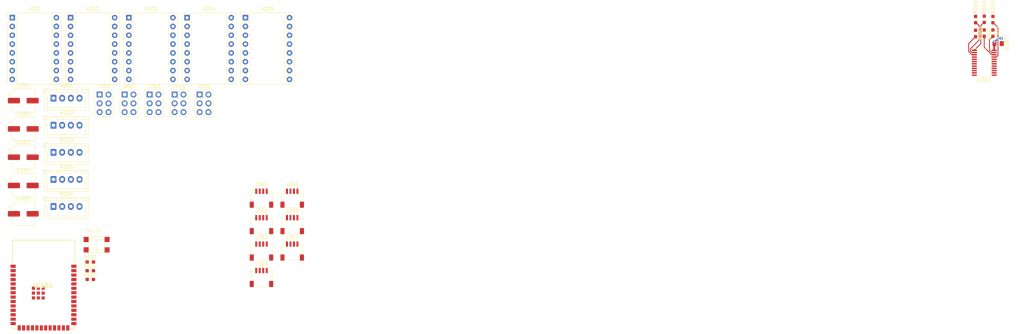
<source format=kicad_pcb>
(kicad_pcb (version 20221018) (generator pcbnew)
  (layers (0 "F.Cu" signal) (31 "B.Cu" signal) (34 "B.Paste" user) (35 "F.Paste" user) (36 "B.SilkS" user "B.Silkscreen") (37 "F.SilkS" user "F.Silkscreen") (38 "B.Mask" user) (39 "F.Mask" user) (44 "Edge.Cuts" user))
  (net 0 "")
  (net 1 "GND")
  (net 3 "Net-(A201-A2)")
  (net 4 "Net-(A201-A1)")
  (net 5 "Net-(A201-B1)")
  (net 6 "Net-(A201-B2)")
  (net 7 "+24V")
  (net 9 "Net-(A201-M0)")
  (net 10 "Net-(A201-M1)")
  (net 11 "Net-(A201-M2)")
  (net 12 "Net-(A201-~{RST})")
  (net 13 "/Motors/DRV0 STEP")
  (net 14 "/Motors/DRV0 DIR")
  (net 16 "Net-(A202-A2)")
  (net 17 "Net-(A202-A1)")
  (net 18 "Net-(A202-B1)")
  (net 19 "Net-(A202-B2)")
  (net 21 "Net-(A202-M0)")
  (net 22 "Net-(A202-M1)")
  (net 23 "Net-(A202-M2)")
  (net 24 "Net-(A202-~{RST})")
  (net 25 "/Motors/DRV4 STEP")
  (net 26 "/Motors/DRV4 DIR")
  (net 28 "Net-(A203-A2)")
  (net 29 "Net-(A203-A1)")
  (net 30 "Net-(A203-B1)")
  (net 31 "Net-(A203-B2)")
  (net 33 "Net-(A203-M0)")
  (net 34 "Net-(A203-M1)")
  (net 35 "Net-(A203-M2)")
  (net 36 "Net-(A203-~{RST})")
  (net 37 "/Motors/DRV5 STEP")
  (net 38 "/Motors/DRV5 DIR")
  (net 40 "Net-(A204-A2)")
  (net 41 "Net-(A204-A1)")
  (net 42 "Net-(A204-B1)")
  (net 43 "Net-(A204-B2)")
  (net 45 "Net-(A204-M0)")
  (net 46 "Net-(A204-M1)")
  (net 47 "Net-(A204-M2)")
  (net 48 "Net-(A204-~{RST})")
  (net 49 "/Motors/DRV2 STEP")
  (net 50 "/Motors/DRV2 DIR")
  (net 52 "Net-(A205-A2)")
  (net 53 "Net-(A205-A1)")
  (net 54 "Net-(A205-B1)")
  (net 55 "Net-(A205-B2)")
  (net 57 "Net-(A205-M0)")
  (net 58 "Net-(A205-M1)")
  (net 59 "Net-(A205-M2)")
  (net 60 "Net-(A205-~{RST})")
  (net 61 "/Motors/DRV3 STEP")
  (net 62 "/Motors/DRV3 DIR")
  (net 63 "+3V3")
  (net 73 "/I2C Sensors/SDA")
  (net 75 "Net-(IC101-IO46)")
  (net 76 "/I2C Sensors/SCL")
  (net 77 "Net-(IC101-IO45)")
  (net 78 "Net-(IC101-IO0)")
  (net 91 "Net-(J301-Pin_3)")
  (net 92 "Net-(J301-Pin_4)")
  (net 93 "Net-(J303-Pin_3)")
  (net 94 "Net-(J303-Pin_4)")
  (net 95 "Net-(J304-Pin_3)")
  (net 96 "Net-(J304-Pin_4)")
  (net 97 "Net-(J305-Pin_3)")
  (net 98 "Net-(J305-Pin_4)")
  (net 99 "Net-(J306-Pin_3)")
  (net 100 "Net-(J306-Pin_4)")
  (net 101 "Net-(J307-Pin_3)")
  (net 102 "Net-(J307-Pin_4)")
  (net 103 "Net-(U301-~{RESET})")
  (net 104 "Net-(U301-A2)")
  (net 105 "Net-(U301-A1)")
  (net 106 "Net-(U301-A0)")
  (footprint "Resistor_SMD:R_0603_1608Metric_Pad0.98x0.95mm_HandSolder" (layer "F.Cu") (at 240.5 58.675 -90)
    (fp_text reference "R303" (at 0 -1.43 90) (layer "F.SilkS"))
    (fp_text value "10k" hide)
    (pad "1" smd roundrect (at -0.9125 0 270) (size 0.975 0.95) (layers "F.Cu" "F.Paste" "F.Mask") (net 63 "+3V3"))
    (pad "2" smd roundrect (at 0.9125 0 270) (size 0.975 0.95) (layers "F.Cu" "F.Paste" "F.Mask") (net 103 "Net-(U301-~{RESET})"))
  )
  (footprint "Module:Pololu_Breakout-16_15.2x20.3mm" (layer "F.Cu") (at 13.3875 54.115)
    (fp_text reference "A204" (at 6.35 -2.54) (layer "F.SilkS"))
    (fp_text value "Pololu_Breakout_DRV8825")
    (pad "1" thru_hole rect (at 0 0) (size 1.6 1.6) (drill 0.8) (layers "*.Cu" "*.Mask") (net 1 "GND"))
    (pad "2" thru_hole oval (at 0 2.54) (size 1.6 1.6) (drill 0.8) (layers "*.Cu" "*.Mask"))
    (pad "3" thru_hole oval (at 0 5.08) (size 1.6 1.6) (drill 0.8) (layers "*.Cu" "*.Mask") (net 40 "Net-(A204-A2)"))
    (pad "4" thru_hole oval (at 0 7.62) (size 1.6 1.6) (drill 0.8) (layers "*.Cu" "*.Mask") (net 41 "Net-(A204-A1)"))
    (pad "5" thru_hole oval (at 0 10.16) (size 1.6 1.6) (drill 0.8) (layers "*.Cu" "*.Mask") (net 42 "Net-(A204-B1)"))
    (pad "6" thru_hole oval (at 0 12.7) (size 1.6 1.6) (drill 0.8) (layers "*.Cu" "*.Mask") (net 43 "Net-(A204-B2)"))
    (pad "7" thru_hole oval (at 0 15.24) (size 1.6 1.6) (drill 0.8) (layers "*.Cu" "*.Mask") (net 1 "GND"))
    (pad "8" thru_hole oval (at 0 17.78) (size 1.6 1.6) (drill 0.8) (layers "*.Cu" "*.Mask") (net 7 "+24V"))
    (pad "9" thru_hole oval (at 12.7 17.78) (size 1.6 1.6) (drill 0.8) (layers "*.Cu" "*.Mask"))
    (pad "10" thru_hole oval (at 12.7 15.24) (size 1.6 1.6) (drill 0.8) (layers "*.Cu" "*.Mask") (net 45 "Net-(A204-M0)"))
    (pad "11" thru_hole oval (at 12.7 12.7) (size 1.6 1.6) (drill 0.8) (layers "*.Cu" "*.Mask") (net 46 "Net-(A204-M1)"))
    (pad "12" thru_hole oval (at 12.7 10.16) (size 1.6 1.6) (drill 0.8) (layers "*.Cu" "*.Mask") (net 47 "Net-(A204-M2)"))
    (pad "13" thru_hole oval (at 12.7 7.62) (size 1.6 1.6) (drill 0.8) (layers "*.Cu" "*.Mask") (net 48 "Net-(A204-~{RST})"))
    (pad "14" thru_hole oval (at 12.7 5.08) (size 1.6 1.6) (drill 0.8) (layers "*.Cu" "*.Mask") (net 48 "Net-(A204-~{RST})"))
    (pad "15" thru_hole oval (at 12.7 2.54) (size 1.6 1.6) (drill 0.8) (layers "*.Cu" "*.Mask") (net 49 "/Motors/DRV2 STEP"))
    (pad "16" thru_hole oval (at 12.7 0) (size 1.6 1.6) (drill 0.8) (layers "*.Cu" "*.Mask") (net 50 "/Motors/DRV2 DIR"))
  )
  (footprint "Connector_JST:JST_XH_B4B-XH-A_1x04_P2.50mm_Vertical" (layer "F.Cu") (at -25.1125 108.515)
    (fp_text reference "M205" (at 3.75 -3.55) (layer "F.SilkS"))
    (fp_text value "MOTOR1")
    (pad "1" thru_hole roundrect (at 0 0) (size 1.7 1.95) (drill 0.95) (layers "*.Cu" "*.Mask") (roundrect_rratio 0.147059) (net 52 "Net-(A205-A2)"))
    (pad "2" thru_hole oval (at 2.5 0) (size 1.7 1.95) (drill 0.95) (layers "*.Cu" "*.Mask") (net 53 "Net-(A205-A1)"))
    (pad "3" thru_hole oval (at 5 0) (size 1.7 1.95) (drill 0.95) (layers "*.Cu" "*.Mask") (net 54 "Net-(A205-B1)"))
    (pad "4" thru_hole oval (at 7.5 0) (size 1.7 1.95) (drill 0.95) (layers "*.Cu" "*.Mask") (net 55 "Net-(A205-B2)"))
  )
  (footprint "ESP32-S3-WROOM-1-N4:ESP32S3WROOM1N4" (layer "F.Cu") (at -27.9875 130.99)
    (fp_text reference "IC101" (at 0 0.25) (layer "F.SilkS") (effects (font (size 1.27 1.27) (thickness 0.254))))
    (fp_text value "ESP32-S3-WROOM-1-N4" hide)
    (pad "1" smd rect (at -8.75 -5.26 90) (size 0.9 1.5) (layers "F.Cu" "F.Paste" "F.Mask") (net 1 "GND"))
    (pad "2" smd rect (at -8.75 -3.99 90) (size 0.9 1.5) (layers "F.Cu" "F.Paste" "F.Mask") (net 63 "+3V3"))
    (pad "3" smd rect (at -8.75 -2.72 90) (size 0.9 1.5) (layers "F.Cu" "F.Paste" "F.Mask"))
    (pad "4" smd rect (at -8.75 -1.45 90) (size 0.9 1.5) (layers "F.Cu" "F.Paste" "F.Mask"))
    (pad "5" smd rect (at -8.75 -0.18 90) (size 0.9 1.5) (layers "F.Cu" "F.Paste" "F.Mask"))
    (pad "6" smd rect (at -8.75 1.09 90) (size 0.9 1.5) (layers "F.Cu" "F.Paste" "F.Mask"))
    (pad "7" smd rect (at -8.75 2.36 90) (size 0.9 1.5) (layers "F.Cu" "F.Paste" "F.Mask"))
    (pad "8" smd rect (at -8.75 3.63 90) (size 0.9 1.5) (layers "F.Cu" "F.Paste" "F.Mask"))
    (pad "9" smd rect (at -8.75 4.9 90) (size 0.9 1.5) (layers "F.Cu" "F.Paste" "F.Mask"))
    (pad "10" smd rect (at -8.75 6.17 90) (size 0.9 1.5) (layers "F.Cu" "F.Paste" "F.Mask"))
    (pad "11" smd rect (at -8.75 7.44 90) (size 0.9 1.5) (layers "F.Cu" "F.Paste" "F.Mask"))
    (pad "12" smd rect (at -8.75 8.71 90) (size 0.9 1.5) (layers "F.Cu" "F.Paste" "F.Mask") (net 73 "/I2C Sensors/SDA"))
    (pad "13" smd rect (at -8.75 9.98 90) (size 0.9 1.5) (layers "F.Cu" "F.Paste" "F.Mask") (net 13 "/Motors/DRV0 STEP"))
    (pad "14" smd rect (at -8.75 11.25 90) (size 0.9 1.5) (layers "F.Cu" "F.Paste" "F.Mask") (net 14 "/Motors/DRV0 DIR"))
    (pad "15" smd rect (at -6.985 12.5) (size 0.9 1.5) (layers "F.Cu" "F.Paste" "F.Mask"))
    (pad "16" smd rect (at -5.715 12.5) (size 0.9 1.5) (layers "F.Cu" "F.Paste" "F.Mask") (net 75 "Net-(IC101-IO46)"))
    (pad "17" smd rect (at -4.445 12.5) (size 0.9 1.5) (layers "F.Cu" "F.Paste" "F.Mask") (net 76 "/I2C Sensors/SCL"))
    (pad "18" smd rect (at -3.175 12.5) (size 0.9 1.5) (layers "F.Cu" "F.Paste" "F.Mask") (net 49 "/Motors/DRV2 STEP"))
    (pad "19" smd rect (at -1.905 12.5) (size 0.9 1.5) (layers "F.Cu" "F.Paste" "F.Mask") (net 50 "/Motors/DRV2 DIR"))
    (pad "20" smd rect (at -0.635 12.5) (size 0.9 1.5) (layers "F.Cu" "F.Paste" "F.Mask") (net 61 "/Motors/DRV3 STEP"))
    (pad "21" smd rect (at 0.635 12.5) (size 0.9 1.5) (layers "F.Cu" "F.Paste" "F.Mask") (net 62 "/Motors/DRV3 DIR"))
    (pad "22" smd rect (at 1.905 12.5) (size 0.9 1.5) (layers "F.Cu" "F.Paste" "F.Mask") (net 25 "/Motors/DRV4 STEP"))
    (pad "23" smd rect (at 3.175 12.5) (size 0.9 1.5) (layers "F.Cu" "F.Paste" "F.Mask") (net 26 "/Motors/DRV4 DIR"))
    (pad "24" smd rect (at 4.445 12.5) (size 0.9 1.5) (layers "F.Cu" "F.Paste" "F.Mask") (net 37 "/Motors/DRV5 STEP"))
    (pad "25" smd rect (at 5.715 12.5) (size 0.9 1.5) (layers "F.Cu" "F.Paste" "F.Mask") (net 38 "/Motors/DRV5 DIR"))
    (pad "26" smd rect (at 6.985 12.5) (size 0.9 1.5) (layers "F.Cu" "F.Paste" "F.Mask") (net 77 "Net-(IC101-IO45)"))
    (pad "27" smd rect (at 8.75 11.25 90) (size 0.9 1.5) (layers "F.Cu" "F.Paste" "F.Mask") (net 78 "Net-(IC101-IO0)"))
    (pad "28" smd rect (at 8.75 9.98 90) (size 0.9 1.5) (layers "F.Cu" "F.Paste" "F.Mask"))
    (pad "29" smd rect (at 8.75 8.71 90) (size 0.9 1.5) (layers "F.Cu" "F.Paste" "F.Mask"))
    (pad "30" smd rect (at 8.75 7.44 90) (size 0.9 1.5) (layers "F.Cu" "F.Paste" "F.Mask"))
    (pad "31" smd rect (at 8.75 6.17 90) (size 0.9 1.5) (layers "F.Cu" "F.Paste" "F.Mask"))
    (pad "32" smd rect (at 8.75 4.9 90) (size 0.9 1.5) (layers "F.Cu" "F.Paste" "F.Mask"))
    (pad "33" smd rect (at 8.75 3.63 90) (size 0.9 1.5) (layers "F.Cu" "F.Paste" "F.Mask"))
    (pad "34" smd rect (at 8.75 2.36 90) (size 0.9 1.5) (layers "F.Cu" "F.Paste" "F.Mask"))
    (pad "35" smd rect (at 8.75 1.09 90) (size 0.9 1.5) (layers "F.Cu" "F.Paste" "F.Mask"))
    (pad "36" smd rect (at 8.75 -0.18 90) (size 0.9 1.5) (layers "F.Cu" "F.Paste" "F.Mask"))
    (pad "37" smd rect (at 8.75 -1.45 90) (size 0.9 1.5) (layers "F.Cu" "F.Paste" "F.Mask"))
    (pad "38" smd rect (at 8.75 -2.72 90) (size 0.9 1.5) (layers "F.Cu" "F.Paste" "F.Mask"))
    (pad "39" smd rect (at 8.75 -3.99 90) (size 0.9 1.5) (layers "F.Cu" "F.Paste" "F.Mask"))
    (pad "40" smd rect (at 8.75 -5.26 90) (size 0.9 1.5) (layers "F.Cu" "F.Paste" "F.Mask") (net 1 "GND"))
    (pad "41" smd rect (at -1.5 2.46) (size 0.9 0.9) (layers "F.Cu" "F.Paste" "F.Mask") (net 1 "GND"))
    (pad "42" smd rect (at -2.9 1.06) (size 0.9 0.9) (layers "F.Cu" "F.Paste" "F.Mask") (net 1 "GND"))
    (pad "43" smd rect (at -2.9 2.46) (size 0.9 0.9) (layers "F.Cu" "F.Paste" "F.Mask") (net 1 "GND"))
    (pad "44" smd rect (at -2.9 3.86) (size 0.9 0.9) (layers "F.Cu" "F.Paste" "F.Mask") (net 1 "GND"))
    (pad "45" smd rect (at -1.5 3.86) (size 0.9 0.9) (layers "F.Cu" "F.Paste" "F.Mask") (net 1 "GND"))
    (pad "46" smd rect (at -0.1 3.86) (size 0.9 0.9) (layers "F.Cu" "F.Paste" "F.Mask") (net 1 "GND"))
    (pad "47" smd rect (at -0.1 2.46) (size 0.9 0.9) (layers "F.Cu" "F.Paste" "F.Mask") (net 1 "GND"))
    (pad "48" smd rect (at -0.1 1.06) (size 0.9 0.9) (layers "F.Cu" "F.Paste" "F.Mask") (net 1 "GND"))
    (pad "49" smd rect (at -1.5 1.06) (size 0.9 0.9) (layers "F.Cu" "F.Paste" "F.Mask") (net 1 "GND"))
  )
  (footprint "Capacitor_SMD:CP_Elec_6.3x7.7" (layer "F.Cu") (at -33.8125 102.465)
    (fp_text reference "C204" (at 0 -4.35) (layer "F.SilkS"))
    (fp_text value "100u")
    (pad "1" smd roundrect (at -2.7 0) (size 3.5 1.6) (layers "F.Cu" "F.Paste" "F.Mask") (roundrect_rratio 0.15625) (net 7 "+24V"))
    (pad "2" smd roundrect (at 2.7 0) (size 3.5 1.6) (layers "F.Cu" "F.Paste" "F.Mask") (roundrect_rratio 0.15625) (net 1 "GND"))
  )
  (footprint "Module:Pololu_Breakout-16_15.2x20.3mm" (layer "F.Cu") (at -20.1925 54.115)
    (fp_text reference "A202" (at 6.35 -2.54) (layer "F.SilkS"))
    (fp_text value "Pololu_Breakout_DRV8825")
    (pad "1" thru_hole rect (at 0 0) (size 1.6 1.6) (drill 0.8) (layers "*.Cu" "*.Mask") (net 1 "GND"))
    (pad "2" thru_hole oval (at 0 2.54) (size 1.6 1.6) (drill 0.8) (layers "*.Cu" "*.Mask"))
    (pad "3" thru_hole oval (at 0 5.08) (size 1.6 1.6) (drill 0.8) (layers "*.Cu" "*.Mask") (net 16 "Net-(A202-A2)"))
    (pad "4" thru_hole oval (at 0 7.62) (size 1.6 1.6) (drill 0.8) (layers "*.Cu" "*.Mask") (net 17 "Net-(A202-A1)"))
    (pad "5" thru_hole oval (at 0 10.16) (size 1.6 1.6) (drill 0.8) (layers "*.Cu" "*.Mask") (net 18 "Net-(A202-B1)"))
    (pad "6" thru_hole oval (at 0 12.7) (size 1.6 1.6) (drill 0.8) (layers "*.Cu" "*.Mask") (net 19 "Net-(A202-B2)"))
    (pad "7" thru_hole oval (at 0 15.24) (size 1.6 1.6) (drill 0.8) (layers "*.Cu" "*.Mask") (net 1 "GND"))
    (pad "8" thru_hole oval (at 0 17.78) (size 1.6 1.6) (drill 0.8) (layers "*.Cu" "*.Mask") (net 7 "+24V"))
    (pad "9" thru_hole oval (at 12.7 17.78) (size 1.6 1.6) (drill 0.8) (layers "*.Cu" "*.Mask"))
    (pad "10" thru_hole oval (at 12.7 15.24) (size 1.6 1.6) (drill 0.8) (layers "*.Cu" "*.Mask") (net 21 "Net-(A202-M0)"))
    (pad "11" thru_hole oval (at 12.7 12.7) (size 1.6 1.6) (drill 0.8) (layers "*.Cu" "*.Mask") (net 22 "Net-(A202-M1)"))
    (pad "12" thru_hole oval (at 12.7 10.16) (size 1.6 1.6) (drill 0.8) (layers "*.Cu" "*.Mask") (net 23 "Net-(A202-M2)"))
    (pad "13" thru_hole oval (at 12.7 7.62) (size 1.6 1.6) (drill 0.8) (layers "*.Cu" "*.Mask") (net 24 "Net-(A202-~{RST})"))
    (pad "14" thru_hole oval (at 12.7 5.08) (size 1.6 1.6) (drill 0.8) (layers "*.Cu" "*.Mask") (net 24 "Net-(A202-~{RST})"))
    (pad "15" thru_hole oval (at 12.7 2.54) (size 1.6 1.6) (drill 0.8) (layers "*.Cu" "*.Mask") (net 25 "/Motors/DRV4 STEP"))
    (pad "16" thru_hole oval (at 12.7 0) (size 1.6 1.6) (drill 0.8) (layers "*.Cu" "*.Mask") (net 26 "/Motors/DRV4 DIR"))
  )
  (footprint "Connector_JST:JST_SH_SM04B-SRSS-TB_1x04-1MP_P1.00mm_Horizontal" (layer "F.Cu") (at 43.65 113.735)
    (fp_text reference "J306" (at 0 -3.98) (layer "F.SilkS"))
    (fp_text value "Conn_01x04_MountingPin")
    (pad "1" smd roundrect (at -1.5 -2) (size 0.6 1.55) (layers "F.Cu" "F.Paste" "F.Mask") (net 1 "GND"))
    (pad "2" smd roundrect (at -0.5 -2) (size 0.6 1.55) (layers "F.Cu" "F.Paste" "F.Mask") (net 63 "+3V3"))
    (pad "3" smd roundrect (at 0.5 -2) (size 0.6 1.55) (layers "F.Cu" "F.Paste" "F.Mask") (net 99 "Net-(J306-Pin_3)"))
    (pad "4" smd roundrect (at 1.5 -2) (size 0.6 1.55) (layers "F.Cu" "F.Paste" "F.Mask") (net 100 "Net-(J306-Pin_4)"))
    (pad "MP" smd roundrect (at -2.8 1.875) (size 1.2 1.8) (layers "F.Cu" "F.Paste" "F.Mask") (roundrect_rratio 0.208333) (net 1 "GND"))
    (pad "MP" smd roundrect (at 2.8 1.875) (size 1.2 1.8) (layers "F.Cu" "F.Paste" "F.Mask") (roundrect_rratio 0.208333) (net 1 "GND"))
  )
  (footprint "Connector_JST:JST_SH_SM04B-SRSS-TB_1x04-1MP_P1.00mm_Horizontal" (layer "F.Cu") (at 43.65 106.125)
    (fp_text reference "J305" (at 0 -3.98) (layer "F.SilkS"))
    (fp_text value "Conn_01x04_MountingPin")
    (pad "1" smd roundrect (at -1.5 -2) (size 0.6 1.55) (layers "F.Cu" "F.Paste" "F.Mask") (net 1 "GND"))
    (pad "2" smd roundrect (at -0.5 -2) (size 0.6 1.55) (layers "F.Cu" "F.Paste" "F.Mask") (net 63 "+3V3"))
    (pad "3" smd roundrect (at 0.5 -2) (size 0.6 1.55) (layers "F.Cu" "F.Paste" "F.Mask") (net 97 "Net-(J305-Pin_3)"))
    (pad "4" smd roundrect (at 1.5 -2) (size 0.6 1.55) (layers "F.Cu" "F.Paste" "F.Mask") (net 98 "Net-(J305-Pin_4)"))
    (pad "MP" smd roundrect (at -2.8 1.875) (size 1.2 1.8) (layers "F.Cu" "F.Paste" "F.Mask") (roundrect_rratio 0.208333) (net 1 "GND"))
    (pad "MP" smd roundrect (at 2.8 1.875) (size 1.2 1.8) (layers "F.Cu" "F.Paste" "F.Mask") (roundrect_rratio 0.208333) (net 1 "GND"))
  )
  (footprint "Resistor_SMD:R_0603_1608Metric_Pad0.98x0.95mm_HandSolder" (layer "F.Cu") (at -14.5 127.01)
    (fp_text reference "R102" (at 0 -1.43) (layer "F.SilkS"))
    (fp_text value "10k")
    (pad "1" smd roundrect (at -0.9125 0) (size 0.975 0.95) (layers "F.Cu" "F.Paste" "F.Mask") (net 78 "Net-(IC101-IO0)"))
    (pad "2" smd roundrect (at 0.9125 0) (size 0.975 0.95) (layers "F.Cu" "F.Paste" "F.Mask") (net 63 "+3V3"))
  )
  (footprint "Connector_PinHeader_2.54mm:PinHeader_2x03_P2.54mm_Vertical" (layer "F.Cu") (at -11.8125 76.265)
    (fp_text reference "J201" (at 1.27 -2.33) (layer "F.SilkS"))
    (fp_text value "Conn_02x03_Counter_Clockwise")
    (pad "1" thru_hole rect (at 0 0) (size 1.7 1.7) (drill 1) (layers "*.Cu" "*.Mask") (net 63 "+3V3"))
    (pad "2" thru_hole oval (at 2.54 0) (size 1.7 1.7) (drill 1) (layers "*.Cu" "*.Mask") (net 11 "Net-(A201-M2)"))
    (pad "3" thru_hole oval (at 0 2.54) (size 1.7 1.7) (drill 1) (layers "*.Cu" "*.Mask") (net 63 "+3V3"))
    (pad "4" thru_hole oval (at 2.54 2.54) (size 1.7 1.7) (drill 1) (layers "*.Cu" "*.Mask") (net 10 "Net-(A201-M1)"))
    (pad "5" thru_hole oval (at 0 5.08) (size 1.7 1.7) (drill 1) (layers "*.Cu" "*.Mask") (net 63 "+3V3"))
    (pad "6" thru_hole oval (at 2.54 5.08) (size 1.7 1.7) (drill 1) (layers "*.Cu" "*.Mask") (net 9 "Net-(A201-M0)"))
  )
  (footprint "Connector_JST:JST_SH_SM04B-SRSS-TB_1x04-1MP_P1.00mm_Horizontal" (layer "F.Cu") (at 34.8 121.345)
    (fp_text reference "J303" (at 0 -3.98) (layer "F.SilkS"))
    (fp_text value "Conn_01x04_MountingPin")
    (pad "1" smd roundrect (at -1.5 -2) (size 0.6 1.55) (layers "F.Cu" "F.Paste" "F.Mask") (net 1 "GND"))
    (pad "2" smd roundrect (at -0.5 -2) (size 0.6 1.55) (layers "F.Cu" "F.Paste" "F.Mask") (net 63 "+3V3"))
    (pad "3" smd roundrect (at 0.5 -2) (size 0.6 1.55) (layers "F.Cu" "F.Paste" "F.Mask") (net 93 "Net-(J303-Pin_3)"))
    (pad "4" smd roundrect (at 1.5 -2) (size 0.6 1.55) (layers "F.Cu" "F.Paste" "F.Mask") (net 94 "Net-(J303-Pin_4)"))
    (pad "MP" smd roundrect (at -2.8 1.875) (size 1.2 1.8) (layers "F.Cu" "F.Paste" "F.Mask") (roundrect_rratio 0.208333) (net 1 "GND"))
    (pad "MP" smd roundrect (at 2.8 1.875) (size 1.2 1.8) (layers "F.Cu" "F.Paste" "F.Mask") (roundrect_rratio 0.208333) (net 1 "GND"))
  )
  (footprint "Connector_JST:JST_SH_SM04B-SRSS-TB_1x04-1MP_P1.00mm_Horizontal" (layer "F.Cu") (at 34.8 106.125)
    (fp_text reference "J301" (at 0 -3.98) (layer "F.SilkS"))
    (fp_text value "Conn_01x04_MountingPin")
    (pad "1" smd roundrect (at -1.5 -2) (size 0.6 1.55) (layers "F.Cu" "F.Paste" "F.Mask") (net 1 "GND"))
    (pad "2" smd roundrect (at -0.5 -2) (size 0.6 1.55) (layers "F.Cu" "F.Paste" "F.Mask") (net 63 "+3V3"))
    (pad "3" smd roundrect (at 0.5 -2) (size 0.6 1.55) (layers "F.Cu" "F.Paste" "F.Mask") (net 91 "Net-(J301-Pin_3)"))
    (pad "4" smd roundrect (at 1.5 -2) (size 0.6 1.55) (layers "F.Cu" "F.Paste" "F.Mask") (net 92 "Net-(J301-Pin_4)"))
    (pad "MP" smd roundrect (at -2.8 1.875) (size 1.2 1.8) (layers "F.Cu" "F.Paste" "F.Mask") (roundrect_rratio 0.208333) (net 1 "GND"))
    (pad "MP" smd roundrect (at 2.8 1.875) (size 1.2 1.8) (layers "F.Cu" "F.Paste" "F.Mask") (roundrect_rratio 0.208333) (net 1 "GND"))
  )
  (footprint "Connector_JST:JST_XH_B4B-XH-A_1x04_P2.50mm_Vertical" (layer "F.Cu") (at -25.1125 92.915)
    (fp_text reference "M203" (at 3.75 -3.55) (layer "F.SilkS"))
    (fp_text value "MOTOR1")
    (pad "1" thru_hole roundrect (at 0 0) (size 1.7 1.95) (drill 0.95) (layers "*.Cu" "*.Mask") (roundrect_rratio 0.147059) (net 28 "Net-(A203-A2)"))
    (pad "2" thru_hole oval (at 2.5 0) (size 1.7 1.95) (drill 0.95) (layers "*.Cu" "*.Mask") (net 29 "Net-(A203-A1)"))
    (pad "3" thru_hole oval (at 5 0) (size 1.7 1.95) (drill 0.95) (layers "*.Cu" "*.Mask") (net 30 "Net-(A203-B1)"))
    (pad "4" thru_hole oval (at 7.5 0) (size 1.7 1.95) (drill 0.95) (layers "*.Cu" "*.Mask") (net 31 "Net-(A203-B2)"))
  )
  (footprint "Capacitor_SMD:C_0805_2012Metric_Pad1.18x1.45mm_HandSolder" (layer "F.Cu") (at 247 61.5875)
    (fp_text reference "C301" (at 2.5 0 90) (layer "F.SilkS"))
    (fp_text value "10uF")
    (pad "1" smd roundrect (at -1.0375 0) (size 1.175 1.45) (layers "F.Cu" "F.Paste" "F.Mask") (roundrect_rratio 0.212766) (net 63 "+3V3"))
    (pad "2" smd roundrect (at 1.0375 0) (size 1.175 1.45) (layers "F.Cu" "F.Paste" "F.Mask") (roundrect_rratio 0.212766) (net 1 "GND"))
  )
  (footprint "Resistor_SMD:R_0603_1608Metric_Pad0.98x0.95mm_HandSolder" (layer "F.Cu") (at 243 58.5875 -90)
    (fp_text reference "R301" (at 0 -1.43 90) (layer "F.SilkS"))
    (fp_text value "10k" hide)
    (pad "1" smd roundrect (at -0.9125 0 270) (size 0.975 0.95) (layers "F.Cu" "F.Paste" "F.Mask") (net 63 "+3V3"))
    (pad "2" smd roundrect (at 0.9125 0 270) (size 0.975 0.95) (layers "F.Cu" "F.Paste" "F.Mask") (net 76 "/I2C Sensors/SCL"))
  )
  (footprint "Module:Pololu_Breakout-16_15.2x20.3mm" (layer "F.Cu") (at -3.4025 54.115)
    (fp_text reference "A203" (at 6.35 -2.54) (layer "F.SilkS"))
    (fp_text value "Pololu_Breakout_DRV8825")
    (pad "1" thru_hole rect (at 0 0) (size 1.6 1.6) (drill 0.8) (layers "*.Cu" "*.Mask") (net 1 "GND"))
    (pad "2" thru_hole oval (at 0 2.54) (size 1.6 1.6) (drill 0.8) (layers "*.Cu" "*.Mask"))
    (pad "3" thru_hole oval (at 0 5.08) (size 1.6 1.6) (drill 0.8) (layers "*.Cu" "*.Mask") (net 28 "Net-(A203-A2)"))
    (pad "4" thru_hole oval (at 0 7.62) (size 1.6 1.6) (drill 0.8) (layers "*.Cu" "*.Mask") (net 29 "Net-(A203-A1)"))
    (pad "5" thru_hole oval (at 0 10.16) (size 1.6 1.6) (drill 0.8) (layers "*.Cu" "*.Mask") (net 30 "Net-(A203-B1)"))
    (pad "6" thru_hole oval (at 0 12.7) (size 1.6 1.6) (drill 0.8) (layers "*.Cu" "*.Mask") (net 31 "Net-(A203-B2)"))
    (pad "7" thru_hole oval (at 0 15.24) (size 1.6 1.6) (drill 0.8) (layers "*.Cu" "*.Mask") (net 1 "GND"))
    (pad "8" thru_hole oval (at 0 17.78) (size 1.6 1.6) (drill 0.8) (layers "*.Cu" "*.Mask") (net 7 "+24V"))
    (pad "9" thru_hole oval (at 12.7 17.78) (size 1.6 1.6) (drill 0.8) (layers "*.Cu" "*.Mask"))
    (pad "10" thru_hole oval (at 12.7 15.24) (size 1.6 1.6) (drill 0.8) (layers "*.Cu" "*.Mask") (net 33 "Net-(A203-M0)"))
    (pad "11" thru_hole oval (at 12.7 12.7) (size 1.6 1.6) (drill 0.8) (layers "*.Cu" "*.Mask") (net 34 "Net-(A203-M1)"))
    (pad "12" thru_hole oval (at 12.7 10.16) (size 1.6 1.6) (drill 0.8) (layers "*.Cu" "*.Mask") (net 35 "Net-(A203-M2)"))
    (pad "13" thru_hole oval (at 12.7 7.62) (size 1.6 1.6) (drill 0.8) (layers "*.Cu" "*.Mask") (net 36 "Net-(A203-~{RST})"))
    (pad "14" thru_hole oval (at 12.7 5.08) (size 1.6 1.6) (drill 0.8) (layers "*.Cu" "*.Mask") (net 36 "Net-(A203-~{RST})"))
    (pad "15" thru_hole oval (at 12.7 2.54) (size 1.6 1.6) (drill 0.8) (layers "*.Cu" "*.Mask") (net 37 "/Motors/DRV5 STEP"))
    (pad "16" thru_hole oval (at 12.7 0) (size 1.6 1.6) (drill 0.8) (layers "*.Cu" "*.Mask") (net 38 "/Motors/DRV5 DIR"))
  )
  (footprint "Connector_JST:JST_XH_B4B-XH-A_1x04_P2.50mm_Vertical" (layer "F.Cu") (at -25.1125 100.715)
    (fp_text reference "M204" (at 3.75 -3.55) (layer "F.SilkS"))
    (fp_text value "MOTOR1")
    (pad "1" thru_hole roundrect (at 0 0) (size 1.7 1.95) (drill 0.95) (layers "*.Cu" "*.Mask") (roundrect_rratio 0.147059) (net 40 "Net-(A204-A2)"))
    (pad "2" thru_hole oval (at 2.5 0) (size 1.7 1.95) (drill 0.95) (layers "*.Cu" "*.Mask") (net 41 "Net-(A204-A1)"))
    (pad "3" thru_hole oval (at 5 0) (size 1.7 1.95) (drill 0.95) (layers "*.Cu" "*.Mask") (net 42 "Net-(A204-B1)"))
    (pad "4" thru_hole oval (at 7.5 0) (size 1.7 1.95) (drill 0.95) (layers "*.Cu" "*.Mask") (net 43 "Net-(A204-B2)"))
  )
  (footprint "Resistor_SMD:R_0603_1608Metric_Pad0.98x0.95mm_HandSolder" (layer "F.Cu") (at -14.5 124.5)
    (fp_text reference "R101" (at 0 -1.43) (layer "F.SilkS"))
    (fp_text value "10k")
    (pad "1" smd roundrect (at -0.9125 0) (size 0.975 0.95) (layers "F.Cu" "F.Paste" "F.Mask") (net 1 "GND"))
    (pad "2" smd roundrect (at 0.9125 0) (size 0.975 0.95) (layers "F.Cu" "F.Paste" "F.Mask") (net 75 "Net-(IC101-IO46)"))
  )
  (footprint "Capacitor_SMD:CP_Elec_6.3x7.7" (layer "F.Cu") (at -33.8125 78.015)
    (fp_text reference "C201" (at 0 -4.35) (layer "F.SilkS"))
    (fp_text value "100u")
    (pad "1" smd roundrect (at -2.7 0) (size 3.5 1.6) (layers "F.Cu" "F.Paste" "F.Mask") (roundrect_rratio 0.15625) (net 7 "+24V"))
    (pad "2" smd roundrect (at 2.7 0) (size 3.5 1.6) (layers "F.Cu" "F.Paste" "F.Mask") (roundrect_rratio 0.15625) (net 1 "GND"))
  )
  (footprint "Capacitor_SMD:CP_Elec_6.3x7.7" (layer "F.Cu") (at -33.8125 86.165)
    (fp_text reference "C202" (at 0 -4.35) (layer "F.SilkS"))
    (fp_text value "100u")
    (pad "1" smd roundrect (at -2.7 0) (size 3.5 1.6) (layers "F.Cu" "F.Paste" "F.Mask") (roundrect_rratio 0.15625) (net 7 "+24V"))
    (pad "2" smd roundrect (at 2.7 0) (size 3.5 1.6) (layers "F.Cu" "F.Paste" "F.Mask") (roundrect_rratio 0.15625) (net 1 "GND"))
  )
  (footprint "Connector_PinHeader_2.54mm:PinHeader_2x03_P2.54mm_Vertical" (layer "F.Cu") (at 9.7875 76.265)
    (fp_text reference "J204" (at 1.27 -2.33) (layer "F.SilkS"))
    (fp_text value "Conn_02x03_Counter_Clockwise")
    (pad "1" thru_hole rect (at 0 0) (size 1.7 1.7) (drill 1) (layers "*.Cu" "*.Mask") (net 63 "+3V3"))
    (pad "2" thru_hole oval (at 2.54 0) (size 1.7 1.7) (drill 1) (layers "*.Cu" "*.Mask") (net 47 "Net-(A204-M2)"))
    (pad "3" thru_hole oval (at 0 2.54) (size 1.7 1.7) (drill 1) (layers "*.Cu" "*.Mask") (net 63 "+3V3"))
    (pad "4" thru_hole oval (at 2.54 2.54) (size 1.7 1.7) (drill 1) (layers "*.Cu" "*.Mask") (net 46 "Net-(A204-M1)"))
    (pad "5" thru_hole oval (at 0 5.08) (size 1.7 1.7) (drill 1) (layers "*.Cu" "*.Mask") (net 63 "+3V3"))
    (pad "6" thru_hole oval (at 2.54 5.08) (size 1.7 1.7) (drill 1) (layers "*.Cu" "*.Mask") (net 45 "Net-(A204-M0)"))
  )
  (footprint "Connector_PinHeader_2.54mm:PinHeader_2x03_P2.54mm_Vertical" (layer "F.Cu") (at 16.9875 76.265)
    (fp_text reference "J205" (at 1.27 -2.33) (layer "F.SilkS"))
    (fp_text value "Conn_02x03_Counter_Clockwise")
    (pad "1" thru_hole rect (at 0 0) (size 1.7 1.7) (drill 1) (layers "*.Cu" "*.Mask") (net 63 "+3V3"))
    (pad "2" thru_hole oval (at 2.54 0) (size 1.7 1.7) (drill 1) (layers "*.Cu" "*.Mask") (net 59 "Net-(A205-M2)"))
    (pad "3" thru_hole oval (at 0 2.54) (size 1.7 1.7) (drill 1) (layers "*.Cu" "*.Mask") (net 63 "+3V3"))
    (pad "4" thru_hole oval (at 2.54 2.54) (size 1.7 1.7) (drill 1) (layers "*.Cu" "*.Mask") (net 58 "Net-(A205-M1)"))
    (pad "5" thru_hole oval (at 0 5.08) (size 1.7 1.7) (drill 1) (layers "*.Cu" "*.Mask") (net 63 "+3V3"))
    (pad "6" thru_hole oval (at 2.54 5.08) (size 1.7 1.7) (drill 1) (layers "*.Cu" "*.Mask") (net 57 "Net-(A205-M0)"))
  )
  (footprint "Package_SO:TSSOP-24_4.4x7.8mm_P0.65mm" (layer "F.Cu") (at 243 67.0875)
    (fp_text reference "U301" (at 0 5) (layer "F.SilkS"))
    (fp_text value "TCA9548APWR")
    (pad "1" smd roundrect (at -2.8625 -3.575) (size 1.475 0.4) (layers "F.Cu" "F.Paste" "F.Mask") (net 106 "Net-(U301-A0)"))
    (pad "2" smd roundrect (at -2.8625 -2.925) (size 1.475 0.4) (layers "F.Cu" "F.Paste" "F.Mask") (net 105 "Net-(U301-A1)"))
    (pad "3" smd roundrect (at -2.8625 -2.275) (size 1.475 0.4) (layers "F.Cu" "F.Paste" "F.Mask") (net 103 "Net-(U301-~{RESET})"))
    (pad "4" smd roundrect (at -2.8625 -1.625) (size 1.475 0.4) (layers "F.Cu" "F.Paste" "F.Mask") (net 93 "Net-(J303-Pin_3)"))
    (pad "5" smd roundrect (at -2.8625 -0.975) (size 1.475 0.4) (layers "F.Cu" "F.Paste" "F.Mask") (net 94 "Net-(J303-Pin_4)"))
    (pad "6" smd roundrect (at -2.8625 -0.325) (size 1.475 0.4) (layers "F.Cu" "F.Paste" "F.Mask") (net 95 "Net-(J304-Pin_3)"))
    (pad "7" smd roundrect (at -2.8625 0.325) (size 1.475 0.4) (layers "F.Cu" "F.Paste" "F.Mask") (net 96 "Net-(J304-Pin_4)"))
    (pad "8" smd roundrect (at -2.8625 0.975) (size 1.475 0.4) (layers "F.Cu" "F.Paste" "F.Mask") (net 97 "Net-(J305-Pin_3)"))
    (pad "9" smd roundrect (at -2.8625 1.625) (size 1.475 0.4) (layers "F.Cu" "F.Paste" "F.Mask") (net 98 "Net-(J305-Pin_4)"))
    (pad "10" smd roundrect (at -2.8625 2.275) (size 1.475 0.4) (layers "F.Cu" "F.Paste" "F.Mask") (net 99 "Net-(J306-Pin_3)"))
    (pad "11" smd roundrect (at -2.8625 2.925) (size 1.475 0.4) (layers "F.Cu" "F.Paste" "F.Mask") (net 100 "Net-(J306-Pin_4)"))
    (pad "12" smd roundrect (at -2.8625 3.575) (size 1.475 0.4) (layers "F.Cu" "F.Paste" "F.Mask") (net 1 "GND"))
    (pad "13" smd roundrect (at 2.8625 3.575) (size 1.475 0.4) (layers "F.Cu" "F.Paste" "F.Mask") (net 101 "Net-(J307-Pin_3)"))
    (pad "14" smd roundrect (at 2.8625 2.925) (size 1.475 0.4) (layers "F.Cu" "F.Paste" "F.Mask") (net 102 "Net-(J307-Pin_4)"))
    (pad "15" smd roundrect (at 2.8625 2.275) (size 1.475 0.4) (layers "F.Cu" "F.Paste" "F.Mask") (net 91 "Net-(J301-Pin_3)"))
    (pad "16" smd roundrect (at 2.8625 1.625) (size 1.475 0.4) (layers "F.Cu" "F.Paste" "F.Mask") (net 92 "Net-(J301-Pin_4)"))
    (pad "17" smd roundrect (at 2.8625 0.975) (size 1.475 0.4) (layers "F.Cu" "F.Paste" "F.Mask"))
    (pad "18" smd roundrect (at 2.8625 0.325) (size 1.475 0.4) (layers "F.Cu" "F.Paste" "F.Mask"))
    (pad "19" smd roundrect (at 2.8625 -0.325) (size 1.475 0.4) (layers "F.Cu" "F.Paste" "F.Mask"))
    (pad "20" smd roundrect (at 2.8625 -0.975) (size 1.475 0.4) (layers "F.Cu" "F.Paste" "F.Mask"))
    (pad "21" smd roundrect (at 2.8625 -1.625) (size 1.475 0.4) (layers "F.Cu" "F.Paste" "F.Mask") (net 104 "Net-(U301-A2)"))
    (pad "22" smd roundrect (at 2.8625 -2.275) (size 1.475 0.4) (layers "F.Cu" "F.Paste" "F.Mask") (net 76 "/I2C Sensors/SCL"))
    (pad "23" smd roundrect (at 2.8625 -2.925) (size 1.475 0.4) (layers "F.Cu" "F.Paste" "F.Mask") (net 73 "/I2C Sensors/SDA"))
    (pad "24" smd roundrect (at 2.8625 -3.575) (size 1.475 0.4) (layers "F.Cu" "F.Paste" "F.Mask") (net 63 "+3V3"))
  )
  (footprint "Resistor_SMD:R_0603_1608Metric_Pad0.98x0.95mm_HandSolder" (layer "F.Cu") (at 245.5 58.5875 -90)
    (fp_text reference "R302" (at 0 -1.43 90) (layer "F.SilkS"))
    (fp_text value "10k" hide)
    (pad "1" smd roundrect (at -0.9125 0 270) (size 0.975 0.95) (layers "F.Cu" "F.Paste" "F.Mask") (net 63 "+3V3"))
    (pad "2" smd roundrect (at 0.9125 0 270) (size 0.975 0.95) (layers "F.Cu" "F.Paste" "F.Mask") (net 73 "/I2C Sensors/SDA"))
  )
  (footprint "Resistor_SMD:R_0603_1608Metric_Pad0.98x0.95mm_HandSolder" (layer "F.Cu") (at -14.5 129.52)
    (fp_text reference "R103" (at 0 -1.43) (layer "F.SilkS"))
    (fp_text value "10k")
    (pad "1" smd roundrect (at -0.9125 0) (size 0.975 0.95) (layers "F.Cu" "F.Paste" "F.Mask") (net 1 "GND"))
    (pad "2" smd roundrect (at 0.9125 0) (size 0.975 0.95) (layers "F.Cu" "F.Paste" "F.Mask") (net 77 "Net-(IC101-IO45)"))
  )
  (footprint "myLibrary:Tactile Sw... SHOU HAN TS4535TP 250gf 009" (layer "F.Cu") (at -12.6875 119.515)
    (fp_text reference "SW101" (at -1 -4 unlocked) (layer "F.SilkS") (effects (font (thickness 0.1))))
    (fp_text value "BOOT SW.")
    (pad "1" smd rect (at -3 -1.5) (size 1.5 1.5) (layers "F.Cu" "F.Paste" "F.Mask") (net 78 "Net-(IC101-IO0)"))
    (pad "2" smd rect (at 3 -1.5) (size 1.5 1.5) (layers "F.Cu" "F.Paste" "F.Mask") (net 78 "Net-(IC101-IO0)"))
    (pad "3" smd rect (at -3 1.5) (size 1.5 1.5) (layers "F.Cu" "F.Paste" "F.Mask") (net 1 "GND"))
    (pad "4" smd rect (at 3 1.5) (size 1.5 1.5) (layers "F.Cu" "F.Paste" "F.Mask") (net 1 "GND"))
  )
  (footprint "Connector_JST:JST_XH_B4B-XH-A_1x04_P2.50mm_Vertical" (layer "F.Cu") (at -25.1125 85.115)
    (fp_text reference "M202" (at 3.75 -3.55) (layer "F.SilkS"))
    (fp_text value "MOTOR1")
    (pad "1" thru_hole roundrect (at 0 0) (size 1.7 1.95) (drill 0.95) (layers "*.Cu" "*.Mask") (roundrect_rratio 0.147059) (net 16 "Net-(A202-A2)"))
    (pad "2" thru_hole oval (at 2.5 0) (size 1.7 1.95) (drill 0.95) (layers "*.Cu" "*.Mask") (net 17 "Net-(A202-A1)"))
    (pad "3" thru_hole oval (at 5 0) (size 1.7 1.95) (drill 0.95) (layers "*.Cu" "*.Mask") (net 18 "Net-(A202-B1)"))
    (pad "4" thru_hole oval (at 7.5 0) (size 1.7 1.95) (drill 0.95) (layers "*.Cu" "*.Mask") (net 19 "Net-(A202-B2)"))
  )
  (footprint "Connector_JST:JST_XH_B4B-XH-A_1x04_P2.50mm_Vertical" (layer "F.Cu") (at -25.1125 77.315)
    (fp_text reference "M201" (at 3.75 -3.55) (layer "F.SilkS"))
    (fp_text value "MOTOR1")
    (pad "1" thru_hole roundrect (at 0 0) (size 1.7 1.95) (drill 0.95) (layers "*.Cu" "*.Mask") (roundrect_rratio 0.147059) (net 3 "Net-(A201-A2)"))
    (pad "2" thru_hole oval (at 2.5 0) (size 1.7 1.95) (drill 0.95) (layers "*.Cu" "*.Mask") (net 4 "Net-(A201-A1)"))
    (pad "3" thru_hole oval (at 5 0) (size 1.7 1.95) (drill 0.95) (layers "*.Cu" "*.Mask") (net 5 "Net-(A201-B1)"))
    (pad "4" thru_hole oval (at 7.5 0) (size 1.7 1.95) (drill 0.95) (layers "*.Cu" "*.Mask") (net 6 "Net-(A201-B2)"))
  )
  (footprint "Connector_JST:JST_SH_SM04B-SRSS-TB_1x04-1MP_P1.00mm_Horizontal" (layer "F.Cu") (at 34.8 113.735)
    (fp_text reference "J302" (at 0 -3.98) (layer "F.SilkS"))
    (fp_text value "MAIN")
    (pad "1" smd roundrect (at -1.5 -2) (size 0.6 1.55) (layers "F.Cu" "F.Paste" "F.Mask") (net 1 "GND"))
    (pad "2" smd roundrect (at -0.5 -2) (size 0.6 1.55) (layers "F.Cu" "F.Paste" "F.Mask") (net 63 "+3V3"))
    (pad "3" smd roundrect (at 0.5 -2) (size 0.6 1.55) (layers "F.Cu" "F.Paste" "F.Mask") (net 73 "/I2C Sensors/SDA"))
    (pad "4" smd roundrect (at 1.5 -2) (size 0.6 1.55) (layers "F.Cu" "F.Paste" "F.Mask") (net 76 "/I2C Sensors/SCL"))
    (pad "MP" smd roundrect (at -2.8 1.875) (size 1.2 1.8) (layers "F.Cu" "F.Paste" "F.Mask") (roundrect_rratio 0.208333) (net 1 "GND"))
    (pad "MP" smd roundrect (at 2.8 1.875) (size 1.2 1.8) (layers "F.Cu" "F.Paste" "F.Mask") (roundrect_rratio 0.208333) (net 1 "GND"))
  )
  (footprint "Capacitor_SMD:CP_Elec_6.3x7.7" (layer "F.Cu") (at -33.8125 110.615)
    (fp_text reference "C205" (at 0 -4.35) (layer "F.SilkS"))
    (fp_text value "100u")
    (pad "1" smd roundrect (at -2.7 0) (size 3.5 1.6) (layers "F.Cu" "F.Paste" "F.Mask") (roundrect_rratio 0.15625) (net 7 "+24V"))
    (pad "2" smd roundrect (at 2.7 0) (size 3.5 1.6) (layers "F.Cu" "F.Paste" "F.Mask") (roundrect_rratio 0.15625) (net 1 "GND"))
  )
  (footprint "Capacitor_SMD:CP_Elec_6.3x7.7" (layer "F.Cu") (at -33.8125 94.315)
    (fp_text reference "C203" (at 0 -4.35) (layer "F.SilkS"))
    (fp_text value "100u")
    (pad "1" smd roundrect (at -2.7 0) (size 3.5 1.6) (layers "F.Cu" "F.Paste" "F.Mask") (roundrect_rratio 0.15625) (net 7 "+24V"))
    (pad "2" smd roundrect (at 2.7 0) (size 3.5 1.6) (layers "F.Cu" "F.Paste" "F.Mask") (roundrect_rratio 0.15625) (net 1 "GND"))
  )
  (footprint "Resistor_SMD:R_0603_1608Metric_Pad0.98x0.95mm_HandSolder" (layer "F.Cu") (at 245.5 54.675 -90)
    (fp_text reference "R304" (at -3.5875 0 90) (layer "F.SilkS"))
    (fp_text value "10k" hide)
    (pad "1" smd roundrect (at -0.9125 0 270) (size 0.975 0.95) (layers "F.Cu" "F.Paste" "F.Mask") (net 1 "GND"))
    (pad "2" smd roundrect (at 0.9125 0 270) (size 0.975 0.95) (layers "F.Cu" "F.Paste" "F.Mask") (net 104 "Net-(U301-A2)"))
  )
  (footprint "Connector_JST:JST_SH_SM04B-SRSS-TB_1x04-1MP_P1.00mm_Horizontal" (layer "F.Cu") (at 34.8 128.955)
    (fp_text reference "J304" (at 0 -3.98) (layer "F.SilkS"))
    (fp_text value "Conn_01x04_MountingPin")
    (pad "1" smd roundrect (at -1.5 -2) (size 0.6 1.55) (layers "F.Cu" "F.Paste" "F.Mask") (net 1 "GND"))
    (pad "2" smd roundrect (at -0.5 -2) (size 0.6 1.55) (layers "F.Cu" "F.Paste" "F.Mask") (net 63 "+3V3"))
    (pad "3" smd roundrect (at 0.5 -2) (size 0.6 1.55) (layers "F.Cu" "F.Paste" "F.Mask") (net 95 "Net-(J304-Pin_3)"))
    (pad "4" smd roundrect (at 1.5 -2) (size 0.6 1.55) (layers "F.Cu" "F.Paste" "F.Mask") (net 96 "Net-(J304-Pin_4)"))
    (pad "MP" smd roundrect (at -2.8 1.875) (size 1.2 1.8) (layers "F.Cu" "F.Paste" "F.Mask") (roundrect_rratio 0.208333) (net 1 "GND"))
    (pad "MP" smd roundrect (at 2.8 1.875) (size 1.2 1.8) (layers "F.Cu" "F.Paste" "F.Mask") (roundrect_rratio 0.208333) (net 1 "GND"))
  )
  (footprint "Connector_JST:JST_SH_SM04B-SRSS-TB_1x04-1MP_P1.00mm_Horizontal" (layer "F.Cu") (at 43.65 121.345)
    (fp_text reference "J307" (at 0 -3.98) (layer "F.SilkS"))
    (fp_text value "Conn_01x04_MountingPin")
    (pad "1" smd roundrect (at -1.5 -2) (size 0.6 1.55) (layers "F.Cu" "F.Paste" "F.Mask") (net 1 "GND"))
    (pad "2" smd roundrect (at -0.5 -2) (size 0.6 1.55) (layers "F.Cu" "F.Paste" "F.Mask") (net 63 "+3V3"))
    (pad "3" smd roundrect (at 0.5 -2) (size 0.6 1.55) (layers "F.Cu" "F.Paste" "F.Mask") (net 101 "Net-(J307-Pin_3)"))
    (pad "4" smd roundrect (at 1.5 -2) (size 0.6 1.55) (layers "F.Cu" "F.Paste" "F.Mask") (net 102 "Net-(J307-Pin_4)"))
    (pad "MP" smd roundrect (at -2.8 1.875) (size 1.2 1.8) (layers "F.Cu" "F.Paste" "F.Mask") (roundrect_rratio 0.208333) (net 1 "GND"))
    (pad "MP" smd roundrect (at 2.8 1.875) (size 1.2 1.8) (layers "F.Cu" "F.Paste" "F.Mask") (roundrect_rratio 0.208333) (net 1 "GND"))
  )
  (footprint "Resistor_SMD:R_0603_1608Metric_Pad0.98x0.95mm_HandSolder" (layer "F.Cu") (at 240.5 54.675 -90)
    (fp_text reference "R305" (at -3.5875 0 90) (layer "F.SilkS"))
    (fp_text value "10k" hide)
    (pad "1" smd roundrect (at -0.9125 0 270) (size 0.975 0.95) (layers "F.Cu" "F.Paste" "F.Mask") (net 1 "GND"))
    (pad "2" smd roundrect (at 0.9125 0 270) (size 0.975 0.95) (layers "F.Cu" "F.Paste" "F.Mask") (net 105 "Net-(U301-A1)"))
  )
  (footprint "Module:Pololu_Breakout-16_15.2x20.3mm" (layer "F.Cu") (at -36.9825 54.115)
    (fp_text reference "A201" (at 6.35 -2.54) (layer "F.SilkS"))
    (fp_text value "Pololu_Breakout_DRV8825")
    (pad "1" thru_hole rect (at 0 0) (size 1.6 1.6) (drill 0.8) (layers "*.Cu" "*.Mask") (net 1 "GND"))
    (pad "2" thru_hole oval (at 0 2.54) (size 1.6 1.6) (drill 0.8) (layers "*.Cu" "*.Mask"))
    (pad "3" thru_hole oval (at 0 5.08) (size 1.6 1.6) (drill 0.8) (layers "*.Cu" "*.Mask") (net 3 "Net-(A201-A2)"))
    (pad "4" thru_hole oval (at 0 7.62) (size 1.6 1.6) (drill 0.8) (layers "*.Cu" "*.Mask") (net 4 "Net-(A201-A1)"))
    (pad "5" thru_hole oval (at 0 10.16) (size 1.6 1.6) (drill 0.8) (layers "*.Cu" "*.Mask") (net 5 "Net-(A201-B1)"))
    (pad "6" thru_hole oval (at 0 12.7) (size 1.6 1.6) (drill 0.8) (layers "*.Cu" "*.Mask") (net 6 "Net-(A201-B2)"))
    (pad "7" thru_hole oval (at 0 15.24) (size 1.6 1.6) (drill 0.8) (layers "*.Cu" "*.Mask") (net 1 "GND"))
    (pad "8" thru_hole oval (at 0 17.78) (size 1.6 1.6) (drill 0.8) (layers "*.Cu" "*.Mask") (net 7 "+24V"))
    (pad "9" thru_hole oval (at 12.7 17.78) (size 1.6 1.6) (drill 0.8) (layers "*.Cu" "*.Mask"))
    (pad "10" thru_hole oval (at 12.7 15.24) (size 1.6 1.6) (drill 0.8) (layers "*.Cu" "*.Mask") (net 9 "Net-(A201-M0)"))
    (pad "11" thru_hole oval (at 12.7 12.7) (size 1.6 1.6) (drill 0.8) (layers "*.Cu" "*.Mask") (net 10 "Net-(A201-M1)"))
    (pad "12" thru_hole oval (at 12.7 10.16) (size 1.6 1.6) (drill 0.8) (layers "*.Cu" "*.Mask") (net 11 "Net-(A201-M2)"))
    (pad "13" thru_hole oval (at 12.7 7.62) (size 1.6 1.6) (drill 0.8) (layers "*.Cu" "*.Mask") (net 12 "Net-(A201-~{RST})"))
    (pad "14" thru_hole oval (at 12.7 5.08) (size 1.6 1.6) (drill 0.8) (layers "*.Cu" "*.Mask") (net 12 "Net-(A201-~{RST})"))
    (pad "15" thru_hole oval (at 12.7 2.54) (size 1.6 1.6) (drill 0.8) (layers "*.Cu" "*.Mask") (net 13 "/Motors/DRV0 STEP"))
    (pad "16" thru_hole oval (at 12.7 0) (size 1.6 1.6) (drill 0.8) (layers "*.Cu" "*.Mask") (net 14 "/Motors/DRV0 DIR"))
  )
  (footprint "Resistor_SMD:R_0603_1608Metric_Pad0.98x0.95mm_HandSolder" (layer "F.Cu") (at 243 54.5875 -90)
    (fp_text reference "R306" (at -3.5 0 -90) (layer "F.SilkS"))
    (fp_text value "10k" hide)
    (pad "1" smd roundrect (at -0.9125 0 270) (size 0.975 0.95) (layers "F.Cu" "F.Paste" "F.Mask") (net 1 "GND"))
    (pad "2" smd roundrect (at 0.9125 0 270) (size 0.975 0.95) (layers "F.Cu" "F.Paste" "F.Mask") (net 106 "Net-(U301-A0)"))
  )
  (footprint "Connector_PinHeader_2.54mm:PinHeader_2x03_P2.54mm_Vertical" (layer "F.Cu") (at -4.6125 76.265)
    (fp_text reference "J202" (at 1.27 -2.33) (layer "F.SilkS"))
    (fp_text value "Conn_02x03_Counter_Clockwise")
    (pad "1" thru_hole rect (at 0 0) (size 1.7 1.7) (drill 1) (layers "*.Cu" "*.Mask") (net 63 "+3V3"))
    (pad "2" thru_hole oval (at 2.54 0) (size 1.7 1.7) (drill 1) (layers "*.Cu" "*.Mask") (net 23 "Net-(A202-M2)"))
    (pad "3" thru_hole oval (at 0 2.54) (size 1.7 1.7) (drill 1) (layers "*.Cu" "*.Mask") (net 63 "+3V3"))
    (pad "4" thru_hole oval (at 2.54 2.54) (size 1.7 1.7) (drill 1) (layers "*.Cu" "*.Mask") (net 22 "Net-(A202-M1)"))
    (pad "5" thru_hole oval (at 0 5.08) (size 1.7 1.7) (drill 1) (layers "*.Cu" "*.Mask") (net 63 "+3V3"))
    (pad "6" thru_hole oval (at 2.54 5.08) (size 1.7 1.7) (drill 1) (layers "*.Cu" "*.Mask") (net 21 "Net-(A202-M0)"))
  )
  (footprint "Connector_PinHeader_2.54mm:PinHeader_2x03_P2.54mm_Vertical" (layer "F.Cu") (at 2.5875 76.265)
    (fp_text reference "J203" (at 1.27 -2.33) (layer "F.SilkS"))
    (fp_text value "Conn_02x03_Counter_Clockwise")
    (pad "1" thru_hole rect (at 0 0) (size 1.7 1.7) (drill 1) (layers "*.Cu" "*.Mask") (net 63 "+3V3"))
    (pad "2" thru_hole oval (at 2.54 0) (size 1.7 1.7) (drill 1) (layers "*.Cu" "*.Mask") (net 35 "Net-(A203-M2)"))
    (pad "3" thru_hole oval (at 0 2.54) (size 1.7 1.7) (drill 1) (layers "*.Cu" "*.Mask") (net 63 "+3V3"))
    (pad "4" thru_hole oval (at 2.54 2.54) (size 1.7 1.7) (drill 1) (layers "*.Cu" "*.Mask") (net 34 "Net-(A203-M1)"))
    (pad "5" thru_hole oval (at 0 5.08) (size 1.7 1.7) (drill 1) (layers "*.Cu" "*.Mask") (net 63 "+3V3"))
    (pad "6" thru_hole oval (at 2.54 5.08) (size 1.7 1.7) (drill 1) (layers "*.Cu" "*.Mask") (net 33 "Net-(A203-M0)"))
  )
  (footprint "Module:Pololu_Breakout-16_15.2x20.3mm" (layer "F.Cu") (at 30.1775 54.115)
    (fp_text reference "A205" (at 6.35 -2.54) (layer "F.SilkS"))
    (fp_text value "Pololu_Breakout_DRV8825")
    (pad "1" thru_hole rect (at 0 0) (size 1.6 1.6) (drill 0.8) (layers "*.Cu" "*.Mask") (net 1 "GND"))
    (pad "2" thru_hole oval (at 0 2.54) (size 1.6 1.6) (drill 0.8) (layers "*.Cu" "*.Mask"))
    (pad "3" thru_hole oval (at 0 5.08) (size 1.6 1.6) (drill 0.8) (layers "*.Cu" "*.Mask") (net 52 "Net-(A205-A2)"))
    (pad "4" thru_hole oval (at 0 7.62) (size 1.6 1.6) (drill 0.8) (layers "*.Cu" "*.Mask") (net 53 "Net-(A205-A1)"))
    (pad "5" thru_hole oval (at 0 10.16) (size 1.6 1.6) (drill 0.8) (layers "*.Cu" "*.Mask") (net 54 "Net-(A205-B1)"))
    (pad "6" thru_hole oval (at 0 12.7) (size 1.6 1.6) (drill 0.8) (layers "*.Cu" "*.Mask") (net 55 "Net-(A205-B2)"))
    (pad "7" thru_hole oval (at 0 15.24) (size 1.6 1.6) (drill 0.8) (layers "*.Cu" "*.Mask") (net 1 "GND"))
    (pad "8" thru_hole oval (at 0 17.78) (size 1.6 1.6) (drill 0.8) (layers "*.Cu" "*.Mask") (net 7 "+24V"))
    (pad "9" thru_hole oval (at 12.7 17.78) (size 1.6 1.6) (drill 0.8) (layers "*.Cu" "*.Mask"))
    (pad "10" thru_hole oval (at 12.7 15.24) (size 1.6 1.6) (drill 0.8) (layers "*.Cu" "*.Mask") (net 57 "Net-(A205-M0)"))
    (pad "11" thru_hole oval (at 12.7 12.7) (size 1.6 1.6) (drill 0.8) (layers "*.Cu" "*.Mask") (net 58 "Net-(A205-M1)"))
    (pad "12" thru_hole oval (at 12.7 10.16) (size 1.6 1.6) (drill 0.8) (layers "*.Cu" "*.Mask") (net 59 "Net-(A205-M2)"))
    (pad "13" thru_hole oval (at 12.7 7.62) (size 1.6 1.6) (drill 0.8) (layers "*.Cu" "*.Mask") (net 60 "Net-(A205-~{RST})"))
    (pad "14" thru_hole oval (at 12.7 5.08) (size 1.6 1.6) (drill 0.8) (layers "*.Cu" "*.Mask") (net 60 "Net-(A205-~{RST})"))
    (pad "15" thru_hole oval (at 12.7 2.54) (size 1.6 1.6) (drill 0.8) (layers "*.Cu" "*.Mask") (net 61 "/Motors/DRV3 STEP"))
    (pad "16" thru_hole oval (at 12.7 0) (size 1.6 1.6) (drill 0.8) (layers "*.Cu" "*.Mask") (net 62 "/Motors/DRV3 DIR"))
  )
  (segment (start 245.8625 61.65) (end 246 61.0875) (width 0.25) (layer "F.Cu") (net 63))
  (segment (start 246 61.0875) (end 245.925 61.5875) (width 0.25) (layer "F.Cu") (net 63))
  (segment (start 245.8625 63.5125) (end 245.8625 61.65) (width 0.5) (layer "F.Cu") (net 63))
  (via (at 248 60.0875) (size 0.8) (drill 0.4) (layers "F.Cu" "B.Cu") (net 63))
  (via (at 246 61.0875) (size 0.8) (drill 0.4) (layers "F.Cu" "B.Cu") (net 63))
  (segment (start 247 60.0875) (end 248 60.0875) (width 0.5) (layer "B.Cu") (net 63))
  (segment (start 246 61.0875) (end 247 60.0875) (width 0.5) (layer "B.Cu") (net 63))
  (segment (start 245.173959 64.1625) (end 245.8625 64.1625) (width 0.25) (layer "F.Cu") (net 73))
  (segment (start 245.5 59.5) (end 244.5 60.5) (width 0.25) (layer "F.Cu") (net 73))
  (segment (start 244.5 63.488541) (end 245.173959 64.1625) (width 0.25) (layer "F.Cu") (net 73))
  (segment (start 244.5 60.5) (end 244.5 63.488541) (width 0.25) (layer "F.Cu") (net 73))
  (segment (start 245.173959 64.8125) (end 245.8625 64.8125) (width 0.25) (layer "F.Cu") (net 76))
  (segment (start 243 59.5) (end 243 62.638541) (width 0.25) (layer "F.Cu") (net 76))
  (segment (start 243 62.638541) (end 245.173959 64.8125) (width 0.25) (layer "F.Cu") (net 76))
  (segment (start 238.5 63.863541) (end 239.448959 64.8125) (width 0.25) (layer "F.Cu") (net 103))
  (segment (start 239.448959 64.8125) (end 240.1375 64.8125) (width 0.25) (layer "F.Cu") (net 103))
  (segment (start 238.5 61.5875) (end 238.5 63.863541) (width 0.25) (layer "F.Cu") (net 103))
  (segment (start 240.5 59.5875) (end 238.5 61.5875) (width 0.25) (layer "F.Cu") (net 103))
  (segment (start 246.551041 65.4625) (end 245.8625 65.4625) (width 0.25) (layer "F.Cu") (net 104))
  (segment (start 246.95 65.063541) (end 246.551041 65.4625) (width 0.25) (layer "F.Cu") (net 104))
  (segment (start 245.125 65.4625) (end 245.8625 65.4625) (width 0.25) (layer "F.Cu") (net 104))
  (segment (start 245.5 55.5) (end 246.95 56.95) (width 0.25) (layer "F.Cu") (net 104))
  (segment (start 246.95 65.063541) (end 246.95 56.95) (width 0.25) (layer "F.Cu") (net 104))
  (segment (start 239 63.0875) (end 239 63.727145) (width 0.25) (layer "F.Cu") (net 105))
  (segment (start 239.435355 64.1625) (end 240.1375 64.1625) (width 0.25) (layer "F.Cu") (net 105))
  (segment (start 240.826041 64.1625) (end 240.1375 64.1625) (width 0.25) (layer "F.Cu") (net 105))
  (segment (start 239 63.727145) (end 239.435355 64.1625) (width 0.25) (layer "F.Cu") (net 105))
  (segment (start 241.5 60.5875) (end 239 63.0875) (width 0.25) (layer "F.Cu") (net 105))
  (segment (start 241.5 60.5875) (end 241.5 56.4125) (width 0.25) (layer "F.Cu") (net 105))
  (segment (start 240.5 55.4125) (end 241.5 56.4125) (width 0.25) (layer "F.Cu") (net 105))
  (segment (start 242 61.65) (end 240.1375 63.5125) (width 0.25) (layer "F.Cu") (net 106))
  (segment (start 242 61.65) (end 242 56.3925) (width 0.25) (layer "F.Cu") (net 106))
  (segment (start 240.826041 63.5125) (end 240.1375 63.5125) (width 0.25) (layer "F.Cu") (net 106))
  (segment (start 242.98 55.4125) (end 242 56.3925) (width 0.25) (layer "F.Cu") (net 106))
)
</source>
